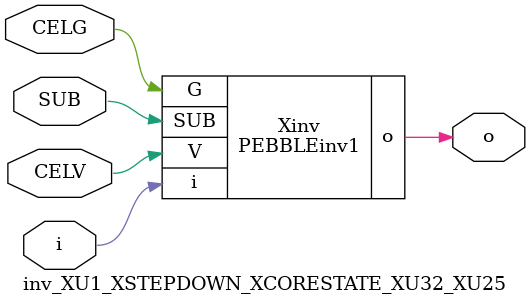
<source format=v>



module PEBBLEinv1 ( o, G, SUB, V, i );

  input V;
  input i;
  input G;
  output o;
  input SUB;
endmodule

//Celera Confidential Do Not Copy inv_XU1_XSTEPDOWN_XCORESTATE_XU32_XU25
//Celera Confidential Symbol Generator
//5V Inverter
module inv_XU1_XSTEPDOWN_XCORESTATE_XU32_XU25 (CELV,CELG,i,o,SUB);
input CELV;
input CELG;
input i;
input SUB;
output o;

//Celera Confidential Do Not Copy inv
PEBBLEinv1 Xinv(
.V (CELV),
.i (i),
.o (o),
.SUB (SUB),
.G (CELG)
);
//,diesize,PEBBLEinv1

//Celera Confidential Do Not Copy Module End
//Celera Schematic Generator
endmodule

</source>
